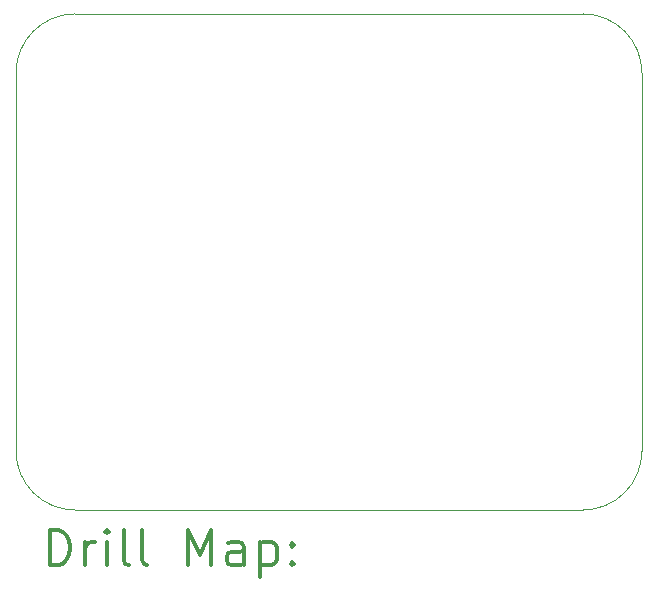
<source format=gbr>
%FSLAX45Y45*%
G04 Gerber Fmt 4.5, Leading zero omitted, Abs format (unit mm)*
G04 Created by KiCad (PCBNEW (5.1.9)-1) date 2021-08-16 02:36:11*
%MOMM*%
%LPD*%
G01*
G04 APERTURE LIST*
%TA.AperFunction,Profile*%
%ADD10C,0.050000*%
%TD*%
%ADD11C,0.200000*%
%ADD12C,0.300000*%
G04 APERTURE END LIST*
D10*
X18300000Y38500000D02*
X14000000Y38500000D01*
X14000000Y42700000D02*
X18300000Y42700000D01*
X13500000Y42200000D02*
G75*
G02*
X14000000Y42700000I500000J0D01*
G01*
X14000000Y38500000D02*
G75*
G02*
X13500000Y39000000I0J500000D01*
G01*
X13500000Y39000000D02*
X13500000Y42200000D01*
X18800000Y39000000D02*
G75*
G02*
X18300000Y38500000I-500000J0D01*
G01*
X18300000Y42700000D02*
G75*
G02*
X18800000Y42200000I0J-500000D01*
G01*
X18800000Y42200000D02*
X18800000Y39000000D01*
D11*
D12*
X13783928Y38031786D02*
X13783928Y38331786D01*
X13855357Y38331786D01*
X13898214Y38317500D01*
X13926786Y38288928D01*
X13941071Y38260357D01*
X13955357Y38203214D01*
X13955357Y38160357D01*
X13941071Y38103214D01*
X13926786Y38074643D01*
X13898214Y38046071D01*
X13855357Y38031786D01*
X13783928Y38031786D01*
X14083928Y38031786D02*
X14083928Y38231786D01*
X14083928Y38174643D02*
X14098214Y38203214D01*
X14112500Y38217500D01*
X14141071Y38231786D01*
X14169643Y38231786D01*
X14269643Y38031786D02*
X14269643Y38231786D01*
X14269643Y38331786D02*
X14255357Y38317500D01*
X14269643Y38303214D01*
X14283928Y38317500D01*
X14269643Y38331786D01*
X14269643Y38303214D01*
X14455357Y38031786D02*
X14426786Y38046071D01*
X14412500Y38074643D01*
X14412500Y38331786D01*
X14612500Y38031786D02*
X14583928Y38046071D01*
X14569643Y38074643D01*
X14569643Y38331786D01*
X14955357Y38031786D02*
X14955357Y38331786D01*
X15055357Y38117500D01*
X15155357Y38331786D01*
X15155357Y38031786D01*
X15426786Y38031786D02*
X15426786Y38188928D01*
X15412500Y38217500D01*
X15383928Y38231786D01*
X15326786Y38231786D01*
X15298214Y38217500D01*
X15426786Y38046071D02*
X15398214Y38031786D01*
X15326786Y38031786D01*
X15298214Y38046071D01*
X15283928Y38074643D01*
X15283928Y38103214D01*
X15298214Y38131786D01*
X15326786Y38146071D01*
X15398214Y38146071D01*
X15426786Y38160357D01*
X15569643Y38231786D02*
X15569643Y37931786D01*
X15569643Y38217500D02*
X15598214Y38231786D01*
X15655357Y38231786D01*
X15683928Y38217500D01*
X15698214Y38203214D01*
X15712500Y38174643D01*
X15712500Y38088928D01*
X15698214Y38060357D01*
X15683928Y38046071D01*
X15655357Y38031786D01*
X15598214Y38031786D01*
X15569643Y38046071D01*
X15841071Y38060357D02*
X15855357Y38046071D01*
X15841071Y38031786D01*
X15826786Y38046071D01*
X15841071Y38060357D01*
X15841071Y38031786D01*
X15841071Y38217500D02*
X15855357Y38203214D01*
X15841071Y38188928D01*
X15826786Y38203214D01*
X15841071Y38217500D01*
X15841071Y38188928D01*
M02*

</source>
